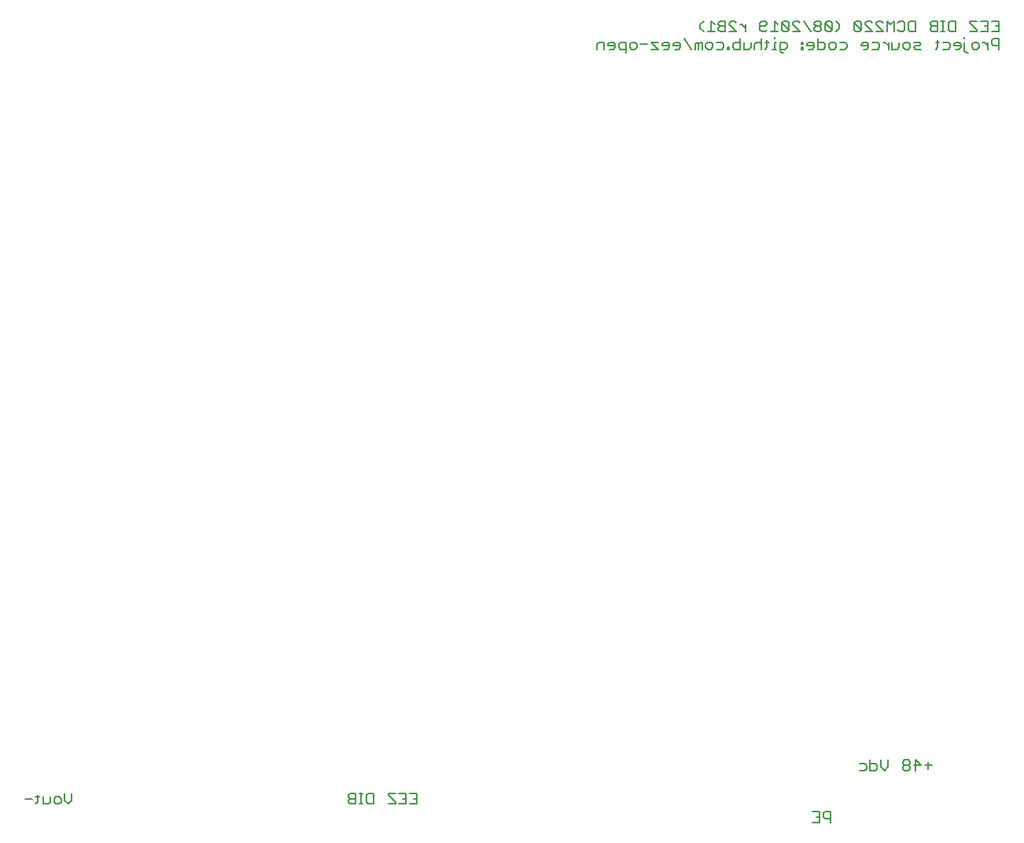
<source format=gbo>
G75*
%MOIN*%
%OFA0B0*%
%FSLAX25Y25*%
%IPPOS*%
%LPD*%
%AMOC8*
5,1,8,0,0,1.08239X$1,22.5*
%
%ADD10C,0.00500*%
D10*
X0297139Y0064222D02*
X0300141Y0064222D01*
X0301709Y0064973D02*
X0303211Y0064973D01*
X0302460Y0065724D02*
X0302460Y0062721D01*
X0301709Y0061970D01*
X0304812Y0061970D02*
X0304812Y0064973D01*
X0307814Y0064973D02*
X0307814Y0062721D01*
X0307064Y0061970D01*
X0304812Y0061970D01*
X0309416Y0062721D02*
X0309416Y0064222D01*
X0310166Y0064973D01*
X0311668Y0064973D01*
X0312418Y0064222D01*
X0312418Y0062721D01*
X0311668Y0061970D01*
X0310166Y0061970D01*
X0309416Y0062721D01*
X0314020Y0063472D02*
X0315521Y0061970D01*
X0317022Y0063472D01*
X0317022Y0066474D01*
X0314020Y0066474D02*
X0314020Y0063472D01*
X0434181Y0063472D02*
X0434181Y0062721D01*
X0434931Y0061970D01*
X0437183Y0061970D01*
X0437183Y0066474D01*
X0434931Y0066474D01*
X0434181Y0065724D01*
X0434181Y0064973D01*
X0434931Y0064222D01*
X0437183Y0064222D01*
X0434931Y0064222D02*
X0434181Y0063472D01*
X0438751Y0061970D02*
X0440253Y0061970D01*
X0439502Y0061970D02*
X0439502Y0066474D01*
X0440253Y0066474D02*
X0438751Y0066474D01*
X0441854Y0065724D02*
X0442605Y0066474D01*
X0444857Y0066474D01*
X0444857Y0061970D01*
X0442605Y0061970D01*
X0441854Y0062721D01*
X0441854Y0065724D01*
X0451062Y0065724D02*
X0454064Y0062721D01*
X0454064Y0061970D01*
X0451062Y0061970D01*
X0451062Y0065724D02*
X0451062Y0066474D01*
X0454064Y0066474D01*
X0455666Y0066474D02*
X0458668Y0066474D01*
X0458668Y0061970D01*
X0455666Y0061970D01*
X0457167Y0064222D02*
X0458668Y0064222D01*
X0460270Y0061970D02*
X0463272Y0061970D01*
X0463272Y0066474D01*
X0460270Y0066474D01*
X0461771Y0064222D02*
X0463272Y0064222D01*
X0630916Y0058724D02*
X0633918Y0058724D01*
X0633918Y0054220D01*
X0630916Y0054220D01*
X0632417Y0056472D02*
X0633918Y0056472D01*
X0635520Y0056472D02*
X0636270Y0055722D01*
X0638522Y0055722D01*
X0638522Y0054220D02*
X0638522Y0058724D01*
X0636270Y0058724D01*
X0635520Y0057974D01*
X0635520Y0056472D01*
X0650780Y0076205D02*
X0653032Y0076205D01*
X0653783Y0076955D01*
X0653783Y0078457D01*
X0653032Y0079207D01*
X0650780Y0079207D01*
X0655384Y0079207D02*
X0657636Y0079207D01*
X0658387Y0078457D01*
X0658387Y0076955D01*
X0657636Y0076205D01*
X0655384Y0076205D01*
X0655384Y0080709D01*
X0659988Y0080709D02*
X0659988Y0077706D01*
X0661489Y0076205D01*
X0662990Y0077706D01*
X0662990Y0080709D01*
X0669196Y0079958D02*
X0669196Y0079207D01*
X0669946Y0078457D01*
X0671448Y0078457D01*
X0672198Y0079207D01*
X0672198Y0079958D01*
X0671448Y0080709D01*
X0669946Y0080709D01*
X0669196Y0079958D01*
X0669946Y0078457D02*
X0669196Y0077706D01*
X0669196Y0076955D01*
X0669946Y0076205D01*
X0671448Y0076205D01*
X0672198Y0076955D01*
X0672198Y0077706D01*
X0671448Y0078457D01*
X0673800Y0078457D02*
X0676802Y0078457D01*
X0674550Y0080709D01*
X0674550Y0076205D01*
X0678404Y0078457D02*
X0681406Y0078457D01*
X0679905Y0079958D02*
X0679905Y0076955D01*
X0696111Y0380453D02*
X0695360Y0381204D01*
X0695360Y0384957D01*
X0695360Y0386459D02*
X0695360Y0387209D01*
X0693042Y0384957D02*
X0691541Y0384957D01*
X0690790Y0384207D01*
X0690790Y0383456D01*
X0693792Y0383456D01*
X0693792Y0384207D02*
X0693042Y0384957D01*
X0693792Y0384207D02*
X0693792Y0382705D01*
X0693042Y0381955D01*
X0691541Y0381955D01*
X0689189Y0382705D02*
X0688438Y0381955D01*
X0686186Y0381955D01*
X0683834Y0382705D02*
X0683083Y0381955D01*
X0683834Y0382705D02*
X0683834Y0385708D01*
X0684585Y0384957D02*
X0683083Y0384957D01*
X0686186Y0384957D02*
X0688438Y0384957D01*
X0689189Y0384207D01*
X0689189Y0382705D01*
X0696111Y0380453D02*
X0696862Y0380453D01*
X0698463Y0382705D02*
X0698463Y0384207D01*
X0699214Y0384957D01*
X0700715Y0384957D01*
X0701466Y0384207D01*
X0701466Y0382705D01*
X0700715Y0381955D01*
X0699214Y0381955D01*
X0698463Y0382705D01*
X0703050Y0384957D02*
X0703801Y0384957D01*
X0705302Y0383456D01*
X0705302Y0381955D02*
X0705302Y0384957D01*
X0706904Y0384207D02*
X0706904Y0385708D01*
X0707654Y0386459D01*
X0709906Y0386459D01*
X0709906Y0381955D01*
X0709906Y0383456D02*
X0707654Y0383456D01*
X0706904Y0384207D01*
X0706904Y0389455D02*
X0709906Y0389455D01*
X0709906Y0393959D01*
X0706904Y0393959D01*
X0705302Y0393959D02*
X0705302Y0389455D01*
X0702300Y0389455D01*
X0700698Y0389455D02*
X0697696Y0389455D01*
X0700698Y0389455D02*
X0700698Y0390205D01*
X0697696Y0393208D01*
X0697696Y0393959D01*
X0700698Y0393959D01*
X0702300Y0393959D02*
X0705302Y0393959D01*
X0705302Y0391707D02*
X0703801Y0391707D01*
X0708405Y0391707D02*
X0709906Y0391707D01*
X0691490Y0393959D02*
X0691490Y0389455D01*
X0689239Y0389455D01*
X0688488Y0390205D01*
X0688488Y0393208D01*
X0689239Y0393959D01*
X0691490Y0393959D01*
X0686887Y0393959D02*
X0685385Y0393959D01*
X0686136Y0393959D02*
X0686136Y0389455D01*
X0686887Y0389455D02*
X0685385Y0389455D01*
X0683817Y0389455D02*
X0681565Y0389455D01*
X0680815Y0390205D01*
X0680815Y0390956D01*
X0681565Y0391707D01*
X0683817Y0391707D01*
X0683817Y0389455D02*
X0683817Y0393959D01*
X0681565Y0393959D01*
X0680815Y0393208D01*
X0680815Y0392457D01*
X0681565Y0391707D01*
X0674609Y0393959D02*
X0672357Y0393959D01*
X0671607Y0393208D01*
X0671607Y0390205D01*
X0672357Y0389455D01*
X0674609Y0389455D01*
X0674609Y0393959D01*
X0670005Y0393208D02*
X0670005Y0390205D01*
X0669255Y0389455D01*
X0667754Y0389455D01*
X0667003Y0390205D01*
X0665402Y0389455D02*
X0665402Y0393959D01*
X0663900Y0392457D01*
X0662399Y0393959D01*
X0662399Y0389455D01*
X0660798Y0389455D02*
X0657795Y0392457D01*
X0657795Y0393208D01*
X0658546Y0393959D01*
X0660047Y0393959D01*
X0660798Y0393208D01*
X0660798Y0389455D02*
X0657795Y0389455D01*
X0656194Y0389455D02*
X0653191Y0392457D01*
X0653191Y0393208D01*
X0653942Y0393959D01*
X0655443Y0393959D01*
X0656194Y0393208D01*
X0656194Y0389455D02*
X0653191Y0389455D01*
X0651590Y0390205D02*
X0648587Y0393208D01*
X0648587Y0390205D01*
X0649338Y0389455D01*
X0650839Y0389455D01*
X0651590Y0390205D01*
X0651590Y0393208D01*
X0650839Y0393959D01*
X0649338Y0393959D01*
X0648587Y0393208D01*
X0642382Y0392457D02*
X0640881Y0393959D01*
X0639313Y0393208D02*
X0638562Y0393959D01*
X0637061Y0393959D01*
X0636310Y0393208D01*
X0639313Y0390205D01*
X0638562Y0389455D01*
X0637061Y0389455D01*
X0636310Y0390205D01*
X0636310Y0393208D01*
X0634709Y0393208D02*
X0633958Y0393959D01*
X0632457Y0393959D01*
X0631706Y0393208D01*
X0631706Y0392457D01*
X0632457Y0391707D01*
X0633958Y0391707D01*
X0634709Y0392457D01*
X0634709Y0393208D01*
X0633958Y0391707D02*
X0634709Y0390956D01*
X0634709Y0390205D01*
X0633958Y0389455D01*
X0632457Y0389455D01*
X0631706Y0390205D01*
X0631706Y0390956D01*
X0632457Y0391707D01*
X0630105Y0389455D02*
X0627102Y0393959D01*
X0625501Y0393208D02*
X0624750Y0393959D01*
X0623249Y0393959D01*
X0622498Y0393208D01*
X0622498Y0392457D01*
X0625501Y0389455D01*
X0622498Y0389455D01*
X0620897Y0390205D02*
X0617894Y0393208D01*
X0617894Y0390205D01*
X0618645Y0389455D01*
X0620146Y0389455D01*
X0620897Y0390205D01*
X0620897Y0393208D01*
X0620146Y0393959D01*
X0618645Y0393959D01*
X0617894Y0393208D01*
X0616293Y0392457D02*
X0614792Y0393959D01*
X0614792Y0389455D01*
X0616293Y0389455D02*
X0613290Y0389455D01*
X0611689Y0390205D02*
X0610938Y0389455D01*
X0609437Y0389455D01*
X0608687Y0390205D01*
X0608687Y0393208D01*
X0609437Y0393959D01*
X0610938Y0393959D01*
X0611689Y0393208D01*
X0611689Y0392457D01*
X0610938Y0391707D01*
X0608687Y0391707D01*
X0609387Y0386459D02*
X0609387Y0381955D01*
X0610955Y0381955D02*
X0611706Y0382705D01*
X0611706Y0385708D01*
X0612456Y0384957D02*
X0610955Y0384957D01*
X0609387Y0384207D02*
X0608637Y0384957D01*
X0607135Y0384957D01*
X0606385Y0384207D01*
X0606385Y0381955D01*
X0604783Y0382705D02*
X0604033Y0381955D01*
X0601781Y0381955D01*
X0601781Y0384957D01*
X0600179Y0384957D02*
X0597927Y0384957D01*
X0597177Y0384207D01*
X0597177Y0382705D01*
X0597927Y0381955D01*
X0600179Y0381955D01*
X0600179Y0386459D01*
X0598645Y0389455D02*
X0595642Y0392457D01*
X0595642Y0393208D01*
X0596393Y0393959D01*
X0597894Y0393959D01*
X0598645Y0393208D01*
X0600229Y0392457D02*
X0600980Y0392457D01*
X0602481Y0390956D01*
X0602481Y0389455D02*
X0602481Y0392457D01*
X0598645Y0389455D02*
X0595642Y0389455D01*
X0594041Y0389455D02*
X0591789Y0389455D01*
X0591038Y0390205D01*
X0591038Y0390956D01*
X0591789Y0391707D01*
X0594041Y0391707D01*
X0594041Y0389455D02*
X0594041Y0393959D01*
X0591789Y0393959D01*
X0591038Y0393208D01*
X0591038Y0392457D01*
X0591789Y0391707D01*
X0589437Y0392457D02*
X0587936Y0393959D01*
X0587936Y0389455D01*
X0589437Y0389455D02*
X0586434Y0389455D01*
X0584833Y0389455D02*
X0583332Y0390956D01*
X0583332Y0392457D01*
X0584833Y0393959D01*
X0584066Y0384957D02*
X0583315Y0384957D01*
X0582564Y0384207D01*
X0581814Y0384957D01*
X0581063Y0384207D01*
X0581063Y0381955D01*
X0582564Y0381955D02*
X0582564Y0384207D01*
X0584066Y0384957D02*
X0584066Y0381955D01*
X0585667Y0382705D02*
X0585667Y0384207D01*
X0586418Y0384957D01*
X0587919Y0384957D01*
X0588670Y0384207D01*
X0588670Y0382705D01*
X0587919Y0381955D01*
X0586418Y0381955D01*
X0585667Y0382705D01*
X0590271Y0381955D02*
X0592523Y0381955D01*
X0593273Y0382705D01*
X0593273Y0384207D01*
X0592523Y0384957D01*
X0590271Y0384957D01*
X0594825Y0382705D02*
X0594825Y0381955D01*
X0595575Y0381955D01*
X0595575Y0382705D01*
X0594825Y0382705D01*
X0604783Y0382705D02*
X0604783Y0384957D01*
X0614024Y0381955D02*
X0615526Y0381955D01*
X0614775Y0381955D02*
X0614775Y0384957D01*
X0615526Y0384957D01*
X0617127Y0384957D02*
X0619379Y0384957D01*
X0620130Y0384207D01*
X0620130Y0382705D01*
X0619379Y0381955D01*
X0617127Y0381955D01*
X0617127Y0381204D02*
X0617127Y0384957D01*
X0614775Y0386459D02*
X0614775Y0387209D01*
X0617127Y0381204D02*
X0617878Y0380453D01*
X0618628Y0380453D01*
X0626285Y0381955D02*
X0627036Y0381955D01*
X0627036Y0382705D01*
X0626285Y0382705D01*
X0626285Y0381955D01*
X0626285Y0384207D02*
X0627036Y0384207D01*
X0627036Y0384957D01*
X0626285Y0384957D01*
X0626285Y0384207D01*
X0628637Y0384207D02*
X0629388Y0384957D01*
X0630889Y0384957D01*
X0631639Y0384207D01*
X0631639Y0382705D01*
X0630889Y0381955D01*
X0629388Y0381955D01*
X0628637Y0383456D02*
X0631639Y0383456D01*
X0633241Y0381955D02*
X0635493Y0381955D01*
X0636243Y0382705D01*
X0636243Y0384207D01*
X0635493Y0384957D01*
X0633241Y0384957D01*
X0633241Y0386459D02*
X0633241Y0381955D01*
X0637845Y0382705D02*
X0637845Y0384207D01*
X0638595Y0384957D01*
X0640097Y0384957D01*
X0640847Y0384207D01*
X0640847Y0382705D01*
X0640097Y0381955D01*
X0638595Y0381955D01*
X0637845Y0382705D01*
X0642449Y0381955D02*
X0644701Y0381955D01*
X0645451Y0382705D01*
X0645451Y0384207D01*
X0644701Y0384957D01*
X0642449Y0384957D01*
X0640881Y0389455D02*
X0642382Y0390956D01*
X0642382Y0392457D01*
X0639313Y0393208D02*
X0639313Y0390205D01*
X0628637Y0384207D02*
X0628637Y0383456D01*
X0651657Y0383456D02*
X0654659Y0383456D01*
X0654659Y0384207D02*
X0653908Y0384957D01*
X0652407Y0384957D01*
X0651657Y0384207D01*
X0651657Y0383456D01*
X0652407Y0381955D02*
X0653908Y0381955D01*
X0654659Y0382705D01*
X0654659Y0384207D01*
X0656260Y0384957D02*
X0658512Y0384957D01*
X0659263Y0384207D01*
X0659263Y0382705D01*
X0658512Y0381955D01*
X0656260Y0381955D01*
X0660848Y0384957D02*
X0661598Y0384957D01*
X0663100Y0383456D01*
X0663100Y0381955D02*
X0663100Y0384957D01*
X0664701Y0384957D02*
X0664701Y0381955D01*
X0666953Y0381955D01*
X0667704Y0382705D01*
X0667704Y0384957D01*
X0669305Y0384207D02*
X0670056Y0384957D01*
X0671557Y0384957D01*
X0672307Y0384207D01*
X0672307Y0382705D01*
X0671557Y0381955D01*
X0670056Y0381955D01*
X0669305Y0382705D01*
X0669305Y0384207D01*
X0673909Y0384957D02*
X0676161Y0384957D01*
X0676911Y0384207D01*
X0676161Y0383456D01*
X0674659Y0383456D01*
X0673909Y0382705D01*
X0674659Y0381955D01*
X0676911Y0381955D01*
X0670005Y0393208D02*
X0669255Y0393959D01*
X0667754Y0393959D01*
X0667003Y0393208D01*
X0579462Y0381955D02*
X0576459Y0386459D01*
X0574858Y0384207D02*
X0574107Y0384957D01*
X0572606Y0384957D01*
X0571855Y0384207D01*
X0571855Y0383456D01*
X0574858Y0383456D01*
X0574858Y0382705D02*
X0574858Y0384207D01*
X0574858Y0382705D02*
X0574107Y0381955D01*
X0572606Y0381955D01*
X0570254Y0382705D02*
X0570254Y0384207D01*
X0569503Y0384957D01*
X0568002Y0384957D01*
X0567251Y0384207D01*
X0567251Y0383456D01*
X0570254Y0383456D01*
X0570254Y0382705D02*
X0569503Y0381955D01*
X0568002Y0381955D01*
X0565650Y0381955D02*
X0562647Y0384957D01*
X0565650Y0384957D01*
X0565650Y0381955D02*
X0562647Y0381955D01*
X0561046Y0384207D02*
X0558043Y0384207D01*
X0556442Y0384207D02*
X0556442Y0382705D01*
X0555691Y0381955D01*
X0554190Y0381955D01*
X0553439Y0382705D01*
X0553439Y0384207D01*
X0554190Y0384957D01*
X0555691Y0384957D01*
X0556442Y0384207D01*
X0551838Y0384957D02*
X0551838Y0380453D01*
X0551838Y0381955D02*
X0549586Y0381955D01*
X0548836Y0382705D01*
X0548836Y0384207D01*
X0549586Y0384957D01*
X0551838Y0384957D01*
X0547234Y0384207D02*
X0546484Y0384957D01*
X0544982Y0384957D01*
X0544232Y0384207D01*
X0544232Y0383456D01*
X0547234Y0383456D01*
X0547234Y0382705D02*
X0547234Y0384207D01*
X0547234Y0382705D02*
X0546484Y0381955D01*
X0544982Y0381955D01*
X0542630Y0381955D02*
X0542630Y0384957D01*
X0540378Y0384957D01*
X0539628Y0384207D01*
X0539628Y0381955D01*
M02*

</source>
